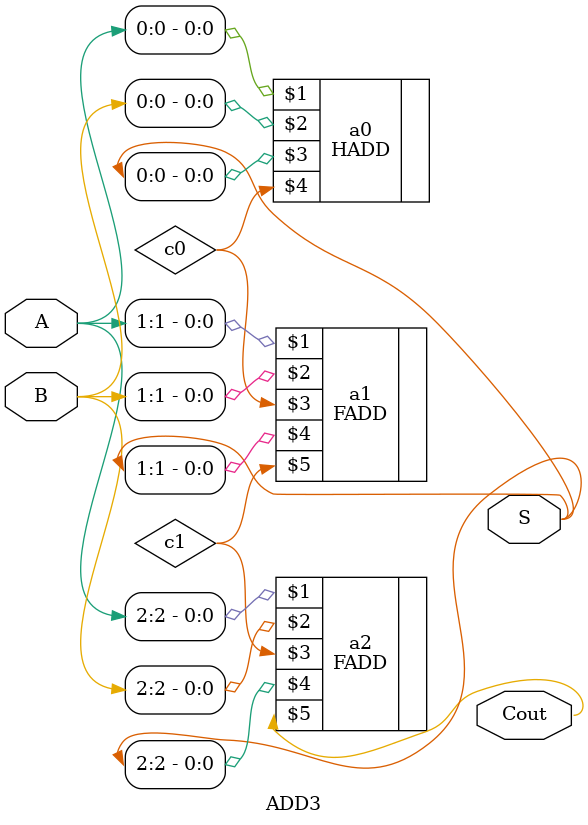
<source format=v>
module ADD3(A, B, S, Cout);
input[2:0] A, B;
output[2:0] S;
output Cout;
wire c0, c1;

HADD a0(A[0], B[0], S[0], c0);
FADD a1(A[1], B[1], c0, S[1], c1);
FADD a2(A[2], B[2], c1, S[2], Cout);

endmodule

</source>
